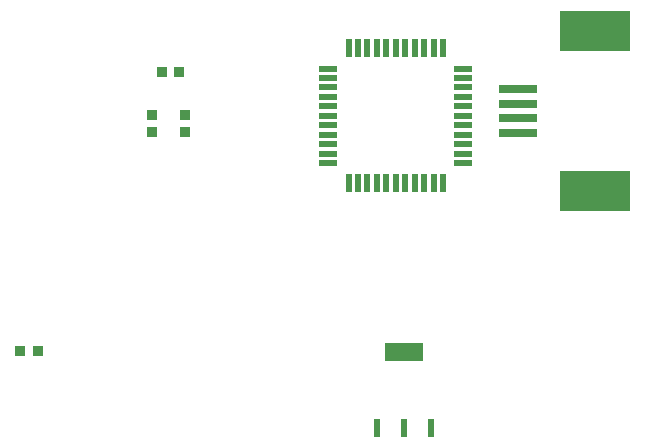
<source format=gbr>
%TF.GenerationSoftware,KiCad,Pcbnew,8.0.4*%
%TF.CreationDate,2024-08-01T20:05:25+05:30*%
%TF.ProjectId,Atmega32,41746d65-6761-4333-922e-6b696361645f,rev?*%
%TF.SameCoordinates,Original*%
%TF.FileFunction,Paste,Top*%
%TF.FilePolarity,Positive*%
%FSLAX46Y46*%
G04 Gerber Fmt 4.6, Leading zero omitted, Abs format (unit mm)*
G04 Created by KiCad (PCBNEW 8.0.4) date 2024-08-01 20:05:25*
%MOMM*%
%LPD*%
G01*
G04 APERTURE LIST*
%ADD10C,0.000000*%
%ADD11R,0.863600X0.812800*%
%ADD12R,0.812800X0.863600*%
%ADD13R,0.609600X1.549400*%
%ADD14R,3.300000X0.800000*%
%ADD15R,6.040000X3.400000*%
%ADD16R,1.500000X0.550000*%
%ADD17R,0.550000X1.500000*%
G04 APERTURE END LIST*
D10*
%TO.C,U2*%
G36*
X173075600Y-73240900D02*
G01*
X169824400Y-73240900D01*
X169824400Y-71691500D01*
X173075600Y-71691500D01*
X173075600Y-73240900D01*
G37*
%TD*%
D11*
%TO.C,C3*%
X150952200Y-48768000D03*
X152400000Y-48768000D03*
%TD*%
D12*
%TO.C,C1*%
X150114000Y-53809900D03*
X150114000Y-52362100D03*
%TD*%
%TO.C,C2*%
X152908000Y-53848000D03*
X152908000Y-52400200D03*
%TD*%
D13*
%TO.C,U2*%
X169151300Y-78917800D03*
X171450000Y-78917800D03*
X173748700Y-78917800D03*
%TD*%
D14*
%TO.C,j1*%
X181064000Y-50195000D03*
X181064000Y-52695000D03*
X181064000Y-53945000D03*
X181064000Y-51445000D03*
D15*
X187634000Y-58870000D03*
X187634000Y-45270000D03*
%TD*%
D11*
%TO.C,C5*%
X138976100Y-72351900D03*
X140423900Y-72351900D03*
%TD*%
D16*
%TO.C,U1*%
X165052000Y-48466000D03*
X165052000Y-49266000D03*
X165052000Y-50066000D03*
X165052000Y-50866000D03*
X165052000Y-51666000D03*
X165052000Y-52466000D03*
X165052000Y-53266000D03*
X165052000Y-54066000D03*
X165052000Y-54866000D03*
X165052000Y-55666000D03*
X165052000Y-56466000D03*
D17*
X166752000Y-58166000D03*
X167552000Y-58166000D03*
X168352000Y-58166000D03*
X169152000Y-58166000D03*
X169952000Y-58166000D03*
X170752000Y-58166000D03*
X171552000Y-58166000D03*
X172352000Y-58166000D03*
X173152000Y-58166000D03*
X173952000Y-58166000D03*
X174752000Y-58166000D03*
D16*
X176452000Y-56466000D03*
X176452000Y-55666000D03*
X176452000Y-54866000D03*
X176452000Y-54066000D03*
X176452000Y-53266000D03*
X176452000Y-52466000D03*
X176452000Y-51666000D03*
X176452000Y-50866000D03*
X176452000Y-50066000D03*
X176452000Y-49266000D03*
X176452000Y-48466000D03*
D17*
X174752000Y-46766000D03*
X173952000Y-46766000D03*
X173152000Y-46766000D03*
X172352000Y-46766000D03*
X171552000Y-46766000D03*
X170752000Y-46766000D03*
X169952000Y-46766000D03*
X169152000Y-46766000D03*
X168352000Y-46766000D03*
X167552000Y-46766000D03*
X166752000Y-46766000D03*
%TD*%
M02*

</source>
